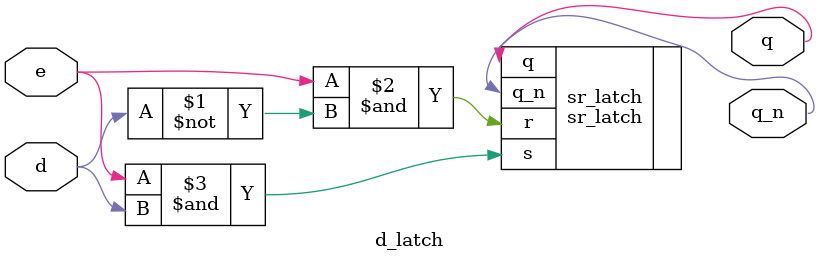
<source format=v>
module d_latch
(
    input wire d,
    input wire e,
    output wire q,
    output wire q_n
);
  sr_latch sr_latch(.r(e & ~d), .s(e & d), .q(q), .q_n(q_n));
endmodule
</source>
